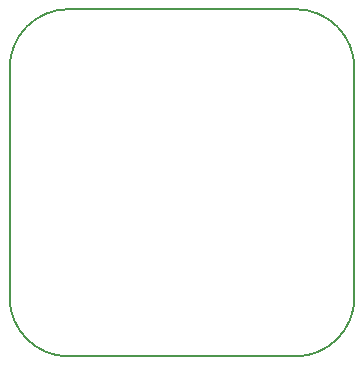
<source format=gbr>
G04 #@! TF.GenerationSoftware,KiCad,Pcbnew,5.0.0-5.0.0*
G04 #@! TF.CreationDate,2018-10-11T16:36:41-07:00*
G04 #@! TF.ProjectId,gpio-expander,6770696F2D657870616E6465722E6B69,rev?*
G04 #@! TF.SameCoordinates,Original*
G04 #@! TF.FileFunction,Profile,NP*
%FSLAX46Y46*%
G04 Gerber Fmt 4.6, Leading zero omitted, Abs format (unit mm)*
G04 Created by KiCad (PCBNEW 5.0.0-5.0.0) date Thu Oct 11 16:36:41 2018*
%MOMM*%
%LPD*%
G01*
G04 APERTURE LIST*
%ADD10C,0.150000*%
G04 APERTURE END LIST*
D10*
X159800000Y-109000000D02*
G75*
G02X154800000Y-114000000I-5000000J0D01*
G01*
X135600000Y-114000000D02*
G75*
G02X130600000Y-109000000I0J5000000D01*
G01*
X130600000Y-89600000D02*
G75*
G02X135600000Y-84600000I5000000J0D01*
G01*
X154800000Y-84600000D02*
G75*
G02X159800000Y-89600000I0J-5000000D01*
G01*
X154800000Y-84600000D02*
X135600000Y-84600000D01*
X159800000Y-109000000D02*
X159800000Y-89600000D01*
X135600000Y-114000000D02*
X154800000Y-114000000D01*
X130600000Y-89600000D02*
X130600000Y-109000000D01*
M02*

</source>
